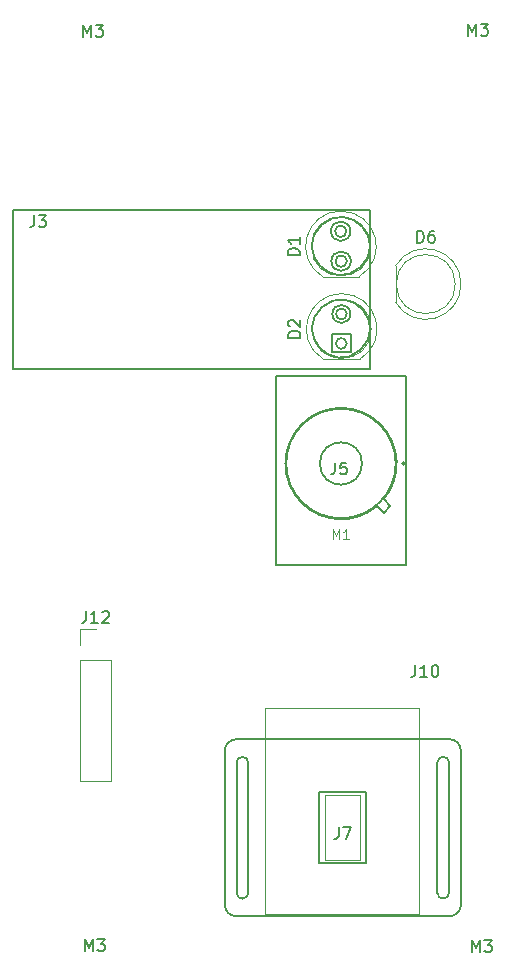
<source format=gbr>
G04 #@! TF.GenerationSoftware,KiCad,Pcbnew,5.1.8-db9833491~88~ubuntu18.04.1*
G04 #@! TF.CreationDate,2020-12-10T12:49:00+05:30*
G04 #@! TF.ProjectId,Permitme_main _sub_V1,5065726d-6974-46d6-955f-6d61696e205f,rev?*
G04 #@! TF.SameCoordinates,Original*
G04 #@! TF.FileFunction,Legend,Top*
G04 #@! TF.FilePolarity,Positive*
%FSLAX46Y46*%
G04 Gerber Fmt 4.6, Leading zero omitted, Abs format (unit mm)*
G04 Created by KiCad (PCBNEW 5.1.8-db9833491~88~ubuntu18.04.1) date 2020-12-10 12:49:00*
%MOMM*%
%LPD*%
G01*
G04 APERTURE LIST*
%ADD10C,0.150000*%
%ADD11C,0.120000*%
%ADD12C,0.200000*%
%ADD13C,0.127000*%
%ADD14C,0.015000*%
G04 APERTURE END LIST*
D10*
X184263987Y-119771889D02*
G75*
G03*
X184263987Y-119771889I-4640072J0D01*
G01*
X181412837Y-119771889D02*
G75*
G03*
X181412837Y-119771889I-1788922J0D01*
G01*
X185104000Y-112382000D02*
X185104000Y-128382000D01*
X174104000Y-128382000D02*
X185104000Y-128382000D01*
X174104000Y-112382000D02*
X174104000Y-128382000D01*
X174104000Y-112382000D02*
X185104000Y-112382000D01*
D11*
X182124000Y-101392000D02*
G75*
G03*
X182124000Y-101392000I-2500000J0D01*
G01*
X178079000Y-103952000D02*
X181169000Y-103952000D01*
X179623538Y-98402000D02*
G75*
G02*
X181168830Y-103952000I462J-2990000D01*
G01*
X179624462Y-98402000D02*
G75*
G03*
X178079170Y-103952000I-462J-2990000D01*
G01*
X157520000Y-133820000D02*
X158850000Y-133820000D01*
X157520000Y-135150000D02*
X157520000Y-133820000D01*
X157520000Y-136420000D02*
X160180000Y-136420000D01*
X160180000Y-136420000D02*
X160180000Y-146640000D01*
X157520000Y-136420000D02*
X157520000Y-146640000D01*
X157520000Y-146640000D02*
X160180000Y-146640000D01*
X173234000Y-140482000D02*
X173234000Y-157882000D01*
X186234000Y-140482000D02*
X173234000Y-140482000D01*
X186234000Y-157882000D02*
X173234000Y-157882000D01*
X186234000Y-140482000D02*
X186234000Y-157882000D01*
X181234000Y-147882000D02*
X181234000Y-153382000D01*
X181234000Y-147882000D02*
X178234000Y-147882000D01*
X178234000Y-153382000D02*
X178234000Y-147882000D01*
X178234000Y-153382000D02*
X181234000Y-153382000D01*
D10*
X180416000Y-107112000D02*
G75*
G03*
X180416000Y-107112000I-762000J0D01*
G01*
X180120470Y-102647189D02*
G75*
G03*
X180120470Y-102647189I-482600J0D01*
G01*
X180463370Y-102647189D02*
G75*
G03*
X180463370Y-102647189I-825500J0D01*
G01*
X180086600Y-100112000D02*
G75*
G03*
X180086600Y-100112000I-482600J0D01*
G01*
X180429500Y-100107188D02*
G75*
G03*
X180429500Y-100107188I-825500J0D01*
G01*
X180111200Y-107112000D02*
G75*
G03*
X180111200Y-107112000I-457200J0D01*
G01*
X180113739Y-109612377D02*
G75*
G03*
X180113739Y-109612377I-457200J0D01*
G01*
X178854000Y-108850377D02*
X180454000Y-108850377D01*
X151850270Y-98329189D02*
X182076270Y-98329189D01*
X182076270Y-98329189D02*
X182076270Y-111791189D01*
X151850270Y-98329189D02*
X151850270Y-111791189D01*
X151850270Y-111792000D02*
X182076270Y-111792000D01*
X180454000Y-110374376D02*
X180454000Y-108850377D01*
X178854000Y-108850377D02*
X178854000Y-110374376D01*
X180454000Y-110372000D02*
X178854000Y-110374376D01*
X178010602Y-106543059D02*
G75*
G02*
X177989692Y-106562045I1623398J-1808941D01*
G01*
X178000602Y-99553059D02*
G75*
G02*
X177979692Y-99572045I1623398J-1808941D01*
G01*
D12*
X185014000Y-119782000D02*
G75*
G03*
X185014000Y-119782000I-100000J0D01*
G01*
D13*
X182667490Y-123381170D02*
X183233170Y-123946860D01*
X183233170Y-123946860D02*
X183798860Y-123381170D01*
X183798860Y-123381170D02*
X183233170Y-122815490D01*
X183233170Y-122815490D02*
G75*
G03*
X182964470Y-116451530I-3603771J3035494D01*
G01*
X182964470Y-116451530D02*
G75*
G03*
X176303530Y-116451530I-3330470J-3330470D01*
G01*
X176303530Y-116451530D02*
G75*
G03*
X176303530Y-123112470I3330470J-3330470D01*
G01*
X176303530Y-123112471D02*
G75*
G03*
X182667490Y-123381170I3328445J3334573D01*
G01*
D10*
X177784000Y-153612000D02*
X177784000Y-147612000D01*
X181784000Y-153612000D02*
X177784000Y-153612000D01*
X181784000Y-147612000D02*
X181784000Y-153612000D01*
X177784000Y-147612000D02*
X181784000Y-147612000D01*
X187784000Y-145112000D02*
X187784000Y-156112000D01*
X188784000Y-145112000D02*
X188784000Y-156112000D01*
X171784000Y-145112000D02*
X171784000Y-156112000D01*
X170784000Y-145112000D02*
X170784000Y-156112000D01*
X169784000Y-157112000D02*
X169784000Y-144112000D01*
X188784000Y-158112000D02*
X170784000Y-158112000D01*
X189784000Y-144112000D02*
X189784000Y-157112000D01*
X170784000Y-143112000D02*
X188784000Y-143112000D01*
X169784000Y-144112000D02*
G75*
G02*
X170784000Y-143112000I1000000J0D01*
G01*
X170784000Y-158112000D02*
G75*
G02*
X169784000Y-157112000I0J1000000D01*
G01*
X188784000Y-143112000D02*
G75*
G02*
X189784000Y-144112000I0J-1000000D01*
G01*
X189784000Y-157112000D02*
G75*
G02*
X188784000Y-158112000I-1000000J0D01*
G01*
X170784000Y-145112000D02*
G75*
G02*
X171784000Y-145112000I500000J0D01*
G01*
X171784000Y-156112000D02*
G75*
G02*
X170784000Y-156112000I-500000J0D01*
G01*
X187784000Y-145112000D02*
G75*
G02*
X188784000Y-145112000I500000J0D01*
G01*
X188784000Y-156112000D02*
G75*
G02*
X187784000Y-156112000I-500000J0D01*
G01*
D11*
X184244000Y-103037000D02*
X184244000Y-106127000D01*
X189304000Y-104582000D02*
G75*
G03*
X189304000Y-104582000I-2500000J0D01*
G01*
X189794000Y-104582462D02*
G75*
G03*
X184244000Y-103037170I-2990000J462D01*
G01*
X189794000Y-104581538D02*
G75*
G02*
X184244000Y-106126830I-2990000J-462D01*
G01*
X178139000Y-110942000D02*
X181229000Y-110942000D01*
X182184000Y-108382000D02*
G75*
G03*
X182184000Y-108382000I-2500000J0D01*
G01*
X179684462Y-105392000D02*
G75*
G03*
X178139170Y-110942000I-462J-2990000D01*
G01*
X179683538Y-105392000D02*
G75*
G02*
X181228830Y-110942000I462J-2990000D01*
G01*
D10*
X179120666Y-119694380D02*
X179120666Y-120408666D01*
X179073047Y-120551523D01*
X178977809Y-120646761D01*
X178834952Y-120694380D01*
X178739714Y-120694380D01*
X180073047Y-119694380D02*
X179596857Y-119694380D01*
X179549238Y-120170571D01*
X179596857Y-120122952D01*
X179692095Y-120075333D01*
X179930190Y-120075333D01*
X180025428Y-120122952D01*
X180073047Y-120170571D01*
X180120666Y-120265809D01*
X180120666Y-120503904D01*
X180073047Y-120599142D01*
X180025428Y-120646761D01*
X179930190Y-120694380D01*
X179692095Y-120694380D01*
X179596857Y-120646761D01*
X179549238Y-120599142D01*
X176116380Y-102130095D02*
X175116380Y-102130095D01*
X175116380Y-101892000D01*
X175164000Y-101749142D01*
X175259238Y-101653904D01*
X175354476Y-101606285D01*
X175544952Y-101558666D01*
X175687809Y-101558666D01*
X175878285Y-101606285D01*
X175973523Y-101653904D01*
X176068761Y-101749142D01*
X176116380Y-101892000D01*
X176116380Y-102130095D01*
X176116380Y-100606285D02*
X176116380Y-101177714D01*
X176116380Y-100892000D02*
X175116380Y-100892000D01*
X175259238Y-100987238D01*
X175354476Y-101082476D01*
X175402095Y-101177714D01*
X158040476Y-132272380D02*
X158040476Y-132986666D01*
X157992857Y-133129523D01*
X157897619Y-133224761D01*
X157754761Y-133272380D01*
X157659523Y-133272380D01*
X159040476Y-133272380D02*
X158469047Y-133272380D01*
X158754761Y-133272380D02*
X158754761Y-132272380D01*
X158659523Y-132415238D01*
X158564285Y-132510476D01*
X158469047Y-132558095D01*
X159421428Y-132367619D02*
X159469047Y-132320000D01*
X159564285Y-132272380D01*
X159802380Y-132272380D01*
X159897619Y-132320000D01*
X159945238Y-132367619D01*
X159992857Y-132462857D01*
X159992857Y-132558095D01*
X159945238Y-132700952D01*
X159373809Y-133272380D01*
X159992857Y-133272380D01*
X157820476Y-83622380D02*
X157820476Y-82622380D01*
X158153809Y-83336666D01*
X158487142Y-82622380D01*
X158487142Y-83622380D01*
X158868095Y-82622380D02*
X159487142Y-82622380D01*
X159153809Y-83003333D01*
X159296666Y-83003333D01*
X159391904Y-83050952D01*
X159439523Y-83098571D01*
X159487142Y-83193809D01*
X159487142Y-83431904D01*
X159439523Y-83527142D01*
X159391904Y-83574761D01*
X159296666Y-83622380D01*
X159010952Y-83622380D01*
X158915714Y-83574761D01*
X158868095Y-83527142D01*
X185924476Y-136834380D02*
X185924476Y-137548666D01*
X185876857Y-137691523D01*
X185781619Y-137786761D01*
X185638761Y-137834380D01*
X185543523Y-137834380D01*
X186924476Y-137834380D02*
X186353047Y-137834380D01*
X186638761Y-137834380D02*
X186638761Y-136834380D01*
X186543523Y-136977238D01*
X186448285Y-137072476D01*
X186353047Y-137120095D01*
X187543523Y-136834380D02*
X187638761Y-136834380D01*
X187734000Y-136882000D01*
X187781619Y-136929619D01*
X187829238Y-137024857D01*
X187876857Y-137215333D01*
X187876857Y-137453428D01*
X187829238Y-137643904D01*
X187781619Y-137739142D01*
X187734000Y-137786761D01*
X187638761Y-137834380D01*
X187543523Y-137834380D01*
X187448285Y-137786761D01*
X187400666Y-137739142D01*
X187353047Y-137643904D01*
X187305428Y-137453428D01*
X187305428Y-137215333D01*
X187353047Y-137024857D01*
X187400666Y-136929619D01*
X187448285Y-136882000D01*
X187543523Y-136834380D01*
X153656666Y-98752380D02*
X153656666Y-99466666D01*
X153609047Y-99609523D01*
X153513809Y-99704761D01*
X153370952Y-99752380D01*
X153275714Y-99752380D01*
X154037619Y-98752380D02*
X154656666Y-98752380D01*
X154323333Y-99133333D01*
X154466190Y-99133333D01*
X154561428Y-99180952D01*
X154609047Y-99228571D01*
X154656666Y-99323809D01*
X154656666Y-99561904D01*
X154609047Y-99657142D01*
X154561428Y-99704761D01*
X154466190Y-99752380D01*
X154180476Y-99752380D01*
X154085238Y-99704761D01*
X154037619Y-99657142D01*
D14*
X178946380Y-126151904D02*
X178946380Y-125351904D01*
X179213047Y-125923333D01*
X179479714Y-125351904D01*
X179479714Y-126151904D01*
X180279714Y-126151904D02*
X179822571Y-126151904D01*
X180051142Y-126151904D02*
X180051142Y-125351904D01*
X179974952Y-125466190D01*
X179898761Y-125542380D01*
X179822571Y-125580476D01*
D10*
X190730476Y-161122380D02*
X190730476Y-160122380D01*
X191063809Y-160836666D01*
X191397142Y-160122380D01*
X191397142Y-161122380D01*
X191778095Y-160122380D02*
X192397142Y-160122380D01*
X192063809Y-160503333D01*
X192206666Y-160503333D01*
X192301904Y-160550952D01*
X192349523Y-160598571D01*
X192397142Y-160693809D01*
X192397142Y-160931904D01*
X192349523Y-161027142D01*
X192301904Y-161074761D01*
X192206666Y-161122380D01*
X191920952Y-161122380D01*
X191825714Y-161074761D01*
X191778095Y-161027142D01*
X157960476Y-161052380D02*
X157960476Y-160052380D01*
X158293809Y-160766666D01*
X158627142Y-160052380D01*
X158627142Y-161052380D01*
X159008095Y-160052380D02*
X159627142Y-160052380D01*
X159293809Y-160433333D01*
X159436666Y-160433333D01*
X159531904Y-160480952D01*
X159579523Y-160528571D01*
X159627142Y-160623809D01*
X159627142Y-160861904D01*
X159579523Y-160957142D01*
X159531904Y-161004761D01*
X159436666Y-161052380D01*
X159150952Y-161052380D01*
X159055714Y-161004761D01*
X159008095Y-160957142D01*
X179450666Y-150564380D02*
X179450666Y-151278666D01*
X179403047Y-151421523D01*
X179307809Y-151516761D01*
X179164952Y-151564380D01*
X179069714Y-151564380D01*
X179831619Y-150564380D02*
X180498285Y-150564380D01*
X180069714Y-151564380D01*
X186065904Y-101074380D02*
X186065904Y-100074380D01*
X186304000Y-100074380D01*
X186446857Y-100122000D01*
X186542095Y-100217238D01*
X186589714Y-100312476D01*
X186637333Y-100502952D01*
X186637333Y-100645809D01*
X186589714Y-100836285D01*
X186542095Y-100931523D01*
X186446857Y-101026761D01*
X186304000Y-101074380D01*
X186065904Y-101074380D01*
X187494476Y-100074380D02*
X187304000Y-100074380D01*
X187208761Y-100122000D01*
X187161142Y-100169619D01*
X187065904Y-100312476D01*
X187018285Y-100502952D01*
X187018285Y-100883904D01*
X187065904Y-100979142D01*
X187113523Y-101026761D01*
X187208761Y-101074380D01*
X187399238Y-101074380D01*
X187494476Y-101026761D01*
X187542095Y-100979142D01*
X187589714Y-100883904D01*
X187589714Y-100645809D01*
X187542095Y-100550571D01*
X187494476Y-100502952D01*
X187399238Y-100455333D01*
X187208761Y-100455333D01*
X187113523Y-100502952D01*
X187065904Y-100550571D01*
X187018285Y-100645809D01*
X190410476Y-83552380D02*
X190410476Y-82552380D01*
X190743809Y-83266666D01*
X191077142Y-82552380D01*
X191077142Y-83552380D01*
X191458095Y-82552380D02*
X192077142Y-82552380D01*
X191743809Y-82933333D01*
X191886666Y-82933333D01*
X191981904Y-82980952D01*
X192029523Y-83028571D01*
X192077142Y-83123809D01*
X192077142Y-83361904D01*
X192029523Y-83457142D01*
X191981904Y-83504761D01*
X191886666Y-83552380D01*
X191600952Y-83552380D01*
X191505714Y-83504761D01*
X191458095Y-83457142D01*
X176176380Y-109120095D02*
X175176380Y-109120095D01*
X175176380Y-108882000D01*
X175224000Y-108739142D01*
X175319238Y-108643904D01*
X175414476Y-108596285D01*
X175604952Y-108548666D01*
X175747809Y-108548666D01*
X175938285Y-108596285D01*
X176033523Y-108643904D01*
X176128761Y-108739142D01*
X176176380Y-108882000D01*
X176176380Y-109120095D01*
X175271619Y-108167714D02*
X175224000Y-108120095D01*
X175176380Y-108024857D01*
X175176380Y-107786761D01*
X175224000Y-107691523D01*
X175271619Y-107643904D01*
X175366857Y-107596285D01*
X175462095Y-107596285D01*
X175604952Y-107643904D01*
X176176380Y-108215333D01*
X176176380Y-107596285D01*
M02*

</source>
